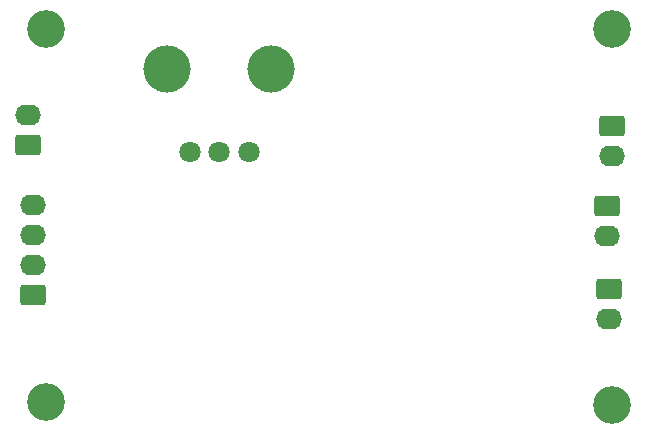
<source format=gbr>
%TF.GenerationSoftware,KiCad,Pcbnew,8.0.5*%
%TF.CreationDate,2025-03-31T18:24:30-05:00*%
%TF.ProjectId,new_MotorDriver_v1.5_NEW,6e65775f-4d6f-4746-9f72-447269766572,rev?*%
%TF.SameCoordinates,Original*%
%TF.FileFunction,Soldermask,Bot*%
%TF.FilePolarity,Negative*%
%FSLAX46Y46*%
G04 Gerber Fmt 4.6, Leading zero omitted, Abs format (unit mm)*
G04 Created by KiCad (PCBNEW 8.0.5) date 2025-03-31 18:24:30*
%MOMM*%
%LPD*%
G01*
G04 APERTURE LIST*
G04 Aperture macros list*
%AMRoundRect*
0 Rectangle with rounded corners*
0 $1 Rounding radius*
0 $2 $3 $4 $5 $6 $7 $8 $9 X,Y pos of 4 corners*
0 Add a 4 corners polygon primitive as box body*
4,1,4,$2,$3,$4,$5,$6,$7,$8,$9,$2,$3,0*
0 Add four circle primitives for the rounded corners*
1,1,$1+$1,$2,$3*
1,1,$1+$1,$4,$5*
1,1,$1+$1,$6,$7*
1,1,$1+$1,$8,$9*
0 Add four rect primitives between the rounded corners*
20,1,$1+$1,$2,$3,$4,$5,0*
20,1,$1+$1,$4,$5,$6,$7,0*
20,1,$1+$1,$6,$7,$8,$9,0*
20,1,$1+$1,$8,$9,$2,$3,0*%
G04 Aperture macros list end*
%ADD10RoundRect,0.250000X0.845000X-0.620000X0.845000X0.620000X-0.845000X0.620000X-0.845000X-0.620000X0*%
%ADD11O,2.190000X1.740000*%
%ADD12RoundRect,0.250000X-0.845000X0.620000X-0.845000X-0.620000X0.845000X-0.620000X0.845000X0.620000X0*%
%ADD13C,3.200000*%
%ADD14C,4.000000*%
%ADD15C,1.800000*%
G04 APERTURE END LIST*
D10*
%TO.C,12V IN*%
X50720000Y-49070000D03*
D11*
X50720000Y-46530000D03*
%TD*%
D12*
%TO.C,J1*%
X99700000Y-54300000D03*
D11*
X99700000Y-56840000D03*
%TD*%
D13*
%TO.C,H3*%
X100100000Y-39300000D03*
%TD*%
%TO.C,H1*%
X52200000Y-39300000D03*
%TD*%
D10*
%TO.C,Motor Conn*%
X51120000Y-61810000D03*
D11*
X51120000Y-59270000D03*
X51120000Y-56730000D03*
X51120000Y-54190000D03*
%TD*%
D13*
%TO.C,H4*%
X52200000Y-70900000D03*
%TD*%
D14*
%TO.C,Potentiometer*%
X62500000Y-42700000D03*
X71300000Y-42700000D03*
D15*
X69400000Y-49700000D03*
X66900000Y-49700000D03*
X64400000Y-49700000D03*
%TD*%
D12*
%TO.C,J2*%
X99900000Y-61300000D03*
D11*
X99900000Y-63840000D03*
%TD*%
D13*
%TO.C,H2*%
X100100000Y-71100000D03*
%TD*%
D12*
%TO.C,J3*%
X100100000Y-47500000D03*
D11*
X100100000Y-50040000D03*
%TD*%
M02*

</source>
